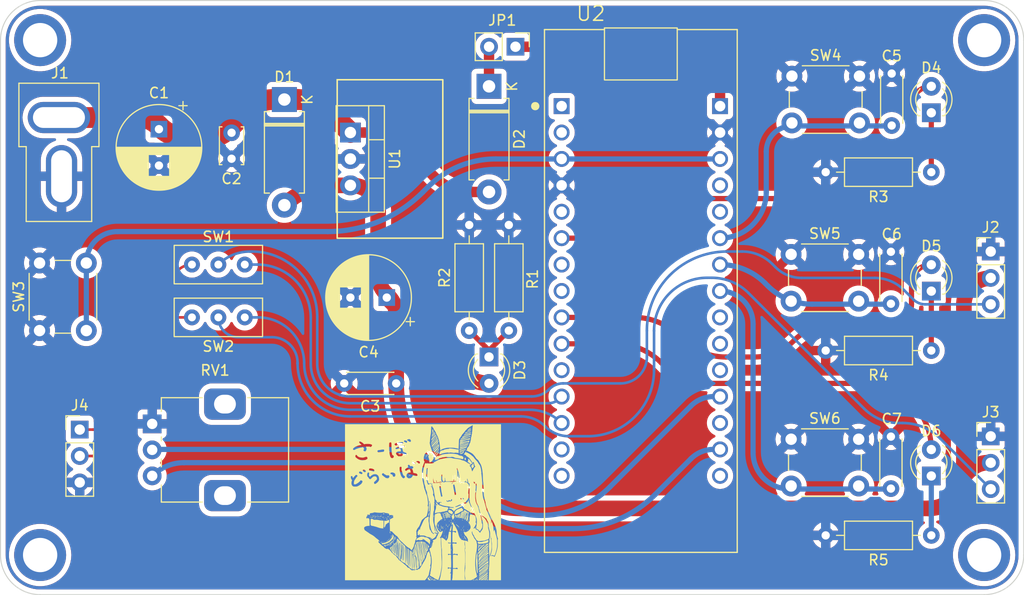
<source format=kicad_pcb>
(kicad_pcb (version 20221018) (generator pcbnew)
  (layers (0 "F.Cu" signal) (31 "B.Cu" signal) (34 "B.Paste" user) (35 "F.Paste" user) (36 "B.SilkS" user "B.Silkscreen") (37 "F.SilkS" user "F.Silkscreen") (38 "B.Mask" user) (39 "F.Mask" user) (44 "Edge.Cuts" user))
  (net 0 "")
  (net 1 "+BATT")
  (net 2 "GND")
  (net 3 "+6V")
  (net 4 "/CENTER")
  (net 5 "/EN1")
  (net 6 "/EN2")
  (net 7 "Net-(D2-K)")
  (net 8 "Net-(D3-K)")
  (net 9 "/STO_C")
  (net 10 "Net-(D4-K)")
  (net 11 "/STO_1")
  (net 12 "Net-(D5-K)")
  (net 13 "/STO_2")
  (net 14 "Net-(J2-Pin_3)")
  (net 15 "Net-(J3-Pin_3)")
  (net 16 "/PWM1_IN")
  (net 17 "/PWM2_IN")
  (net 18 "/VOLUME")
  (net 19 "+3.3V")
  (net 20 "/PWM1")
  (net 21 "/PWM2")
  (net 22 "/NRST")
  (net 39 "Net-(D6-K)")
  (net 40 "Net-(JP1-A)")
  (footprint "Switch:Slide_SS12D01Gx" (layer "F.Cu") (at 122.555 100.33)
    (fp_text reference "SW2" (at 0 2.794 unlocked) (layer "F.SilkS"))
    (fp_text value "PWM2_SW")
    (pad "1" thru_hole circle (at -2.54 0) (size 1.524 1.524) (drill 0.762) (layers "*.Cu" "*.Mask") (net 17 "/PWM2_IN"))
    (pad "2" thru_hole circle (at 0 0) (size 1.524 1.524) (drill 0.762) (layers "*.Cu" "*.Mask") (net 15 "Net-(J3-Pin_3)"))
    (pad "3" thru_hole circle (at 2.54 0) (size 1.524 1.524) (drill 0.762) (layers "*.Cu" "*.Mask") (net 21 "/PWM2"))
  )
  (footprint "Button_Switch_THT:SW_PUSH_6mm" (layer "F.Cu") (at 177.725 77.125)
    (fp_text reference "SW4" (at 3.25 -2) (layer "F.SilkS"))
    (fp_text value "CENTER_SW")
    (pad "1" thru_hole circle (at 0 0 90) (size 2 2) (drill 1.1) (layers "*.Cu" "*.Mask") (net 2 "GND"))
    (pad "1" thru_hole circle (at 6.5 0 90) (size 2 2) (drill 1.1) (layers "*.Cu" "*.Mask") (net 2 "GND"))
    (pad "2" thru_hole circle (at 0 4.5 90) (size 2 2) (drill 1.1) (layers "*.Cu" "*.Mask") (net 4 "/CENTER"))
    (pad "2" thru_hole circle (at 6.5 4.5 90) (size 2 2) (drill 1.1) (layers "*.Cu" "*.Mask") (net 4 "/CENTER"))
  )
  (footprint "Button_Switch_THT:SW_PUSH_6mm" (layer "F.Cu") (at 105.355 101.6 90)
    (fp_text reference "SW3" (at 3.25 -2 90) (layer "F.SilkS"))
    (fp_text value "RST_SW")
    (pad "1" thru_hole circle (at 0 0 180) (size 2 2) (drill 1.1) (layers "*.Cu" "*.Mask") (net 2 "GND"))
    (pad "1" thru_hole circle (at 6.5 0 180) (size 2 2) (drill 1.1) (layers "*.Cu" "*.Mask") (net 2 "GND"))
    (pad "2" thru_hole circle (at 0 4.5 180) (size 2 2) (drill 1.1) (layers "*.Cu" "*.Mask") (net 22 "/NRST"))
    (pad "2" thru_hole circle (at 6.5 4.5 180) (size 2 2) (drill 1.1) (layers "*.Cu" "*.Mask") (net 22 "/NRST"))
  )
  (footprint "Capacitor_THT:CP_Radial_D8.0mm_P3.50mm" (layer "F.Cu") (at 138.755 98.425 180)
    (fp_text reference "C4" (at 1.75 -5.25) (layer "F.SilkS"))
    (fp_text value "100u")
    (pad "1" thru_hole rect (at 0 0 180) (size 1.6 1.6) (drill 0.8) (layers "*.Cu" "*.Mask") (net 3 "+6V"))
    (pad "2" thru_hole circle (at 3.5 0 180) (size 1.6 1.6) (drill 0.8) (layers "*.Cu" "*.Mask") (net 2 "GND"))
  )
  (footprint "Capacitor_THT:CP_Radial_D8.0mm_P3.50mm" (layer "F.Cu") (at 116.84 82.225 -90)
    (fp_text reference "C1" (at -3.485 0 -180) (layer "F.SilkS"))
    (fp_text value "100u")
    (pad "1" thru_hole rect (at 0 0 270) (size 1.6 1.6) (drill 0.8) (layers "*.Cu" "*.Mask") (net 1 "+BATT"))
    (pad "2" thru_hole circle (at 3.5 0 270) (size 1.6 1.6) (drill 0.8) (layers "*.Cu" "*.Mask") (net 2 "GND"))
  )
  (footprint "NUCLEO:NUCLEO F303 K8" (layer "F.Cu") (at 163.195 97.79)
    (fp_text reference "U2" (at -4.81314 -26.68421) (layer "F.SilkS") (effects (font (size 1.402378 1.402378))))
    (fp_text value "NUCLEO_F303K8")
    (pad "3.1" thru_hole rect (at -7.62 -17.78) (size 1.53 1.53) (drill 1.02) (layers "*.Cu" "*.Mask"))
    (pad "3.2" thru_hole circle (at -7.62 -15.24) (size 1.53 1.53) (drill 1.02) (layers "*.Cu" "*.Mask"))
    (pad "3.3" thru_hole circle (at -7.62 -12.7) (size 1.53 1.53) (drill 1.02) (layers "*.Cu" "*.Mask") (net 22 "/NRST"))
    (pad "3.4" thru_hole circle (at -7.62 -10.16) (size 1.53 1.53) (drill 1.02) (layers "*.Cu" "*.Mask") (net 2 "GND"))
    (pad "3.5" thru_hole circle (at -7.62 -7.62) (size 1.53 1.53) (drill 1.02) (layers "*.Cu" "*.Mask"))
    (pad "3.6" thru_hole circle (at -7.62 -5.08) (size 1.53 1.53) (drill 1.02) (layers "*.Cu" "*.Mask") (net 9 "/STO_C"))
    (pad "3.7" thru_hole circle (at -7.62 -2.54) (size 1.53 1.53) (drill 1.02) (layers "*.Cu" "*.Mask"))
    (pad "3.8" thru_hole circle (at -7.62 0) (size 1.53 1.53) (drill 1.02) (layers "*.Cu" "*.Mask"))
    (pad "3.9" thru_hole circle (at -7.62 2.54) (size 1.53 1.53) (drill 1.02) (layers "*.Cu" "*.Mask") (net 11 "/STO_1"))
    (pad "3.10" thru_hole circle (at -7.62 5.08) (size 1.53 1.53) (drill 1.02) (layers "*.Cu" "*.Mask") (net 13 "/STO_2"))
    (pad "3.11" thru_hole circle (at -7.62 7.62) (size 1.53 1.53) (drill 1.02) (layers "*.Cu" "*.Mask"))
    (pad "3.12" thru_hole circle (at -7.62 10.16) (size 1.53 1.53) (drill 1.02) (layers "*.Cu" "*.Mask") (net 20 "/PWM1"))
    (pad "3.13" thru_hole circle (at -7.62 12.7) (size 1.53 1.53) (drill 1.02) (layers "*.Cu" "*.Mask") (net 21 "/PWM2"))
    (pad "3.14" thru_hole circle (at -7.62 15.24) (size 1.53 1.53) (drill 1.02) (layers "*.Cu" "*.Mask"))
    (pad "3.15" thru_hole circle (at -7.62 17.78) (size 1.53 1.53) (drill 1.02) (layers "*.Cu" "*.Mask"))
    (pad "4.1" thru_hole rect (at 7.62 -17.78) (size 1.53 1.53) (drill 1.02) (layers "*.Cu" "*.Mask") (net 40 "Net-(JP1-A)"))
    (pad "4.2" thru_hole circle (at 7.62 -15.24) (size 1.53 1.53) (drill 1.02) (layers "*.Cu" "*.Mask") (net 2 "GND"))
    (pad "4.3" thru_hole circle (at 7.62 -12.7) (size 1.53 1.53) (drill 1.02) (layers "*.Cu" "*.Mask") (net 22 "/NRST"))
    (pad "4.4" thru_hole circle (at 7.62 -10.16) (size 1.53 1.53) (drill 1.02) (layers "*.Cu" "*.Mask"))
    (pad "4.5" thru_hole circle (at 7.62 -7.62) (size 1.53 1.53) (drill 1.02) (layers "*.Cu" "*.Mask"))
    (pad "4.6" thru_hole circle (at 7.62 -5.08) (size 1.53 1.53) (drill 1.02) (layers "*.Cu" "*.Mask") (net 4 "/CENTER"))
    (pad "4.7" thru_hole circle (at 7.62 -2.54) (size 1.53 1.53) (drill 1.02) (layers "*.Cu" "*.Mask") (net 5 "/EN1"))
    (pad "4.8" thru_hole circle (at 7.62 0) (size 1.53 1.53) (drill 1.02) (layers "*.Cu" "*.Mask") (net 6 "/EN2"))
    (pad "4.9" thru_hole circle (at 7.62 2.54) (size 1.53 1.53) (drill 1.02) (layers "*.Cu" "*.Mask"))
    (pad "4.10" thru_hole circle (at 7.62 5.08) (size 1.53 1.53) (drill 1.02) (layers "*.Cu" "*.Mask"))
    (pad "4.11" thru_hole circle (at 7.62 7.62) (size 1.53 1.53) (drill 1.02) (layers "*.Cu" "*.Mask"))
    (pad "4.12" thru_hole circle (at 7.62 10.16) (size 1.53 1.53) (drill 1.02) (layers "*.Cu" "*.Mask") (net 18 "/VOLUME"))
    (pad "4.13" thru_hole circle (at 7.62 12.7) (size 1.53 1.53) (drill 1.02) (layers "*.Cu" "*.Mask"))
    (pad "4.14" thru_hole circle (at 7.62 15.24) (size 1.53 1.53) (drill 1.02) (layers "*.Cu" "*.Mask") (net 19 "+3.3V"))
    (pad "4.15" thru_hole circle (at 7.62 17.78) (size 1.53 1.53) (drill 1.02) (layers "*.Cu" "*.Mask"))
  )
  (footprint "Resistor_THT:R_Axial_DIN0207_L6.3mm_D2.5mm_P10.16mm_Horizontal" (layer "F.Cu") (at 146.685 101.6 90)
    (fp_text reference "R2" (at 5.08 -2.37 90) (layer "F.SilkS"))
    (fp_text value "680")
    (pad "1" thru_hole circle (at 0 0 90) (size 1.6 1.6) (drill 0.8) (layers "*.Cu" "*.Mask") (net 8 "Net-(D3-K)"))
    (pad "2" thru_hole oval (at 10.16 0 90) (size 1.6 1.6) (drill 0.8) (layers "*.Cu" "*.Mask") (net 2 "GND"))
  )
  (footprint "Potentiometer_THT:Potentiometer_Alps_RK09K_Single_Vertical" (layer "F.Cu") (at 116.19 110.575)
    (fp_text reference "RV1" (at 6.05 -5.15) (layer "F.SilkS"))
    (fp_text value "10k_B")
    (pad "1" thru_hole rect (at 0 0) (size 1.8 1.8) (drill 1) (layers "*.Cu" "*.Mask") (net 2 "GND"))
    (pad "2" thru_hole circle (at 0 2.5) (size 1.8 1.8) (drill 1) (layers "*.Cu" "*.Mask") (net 18 "/VOLUME"))
    (pad "3" thru_hole circle (at 0 5) (size 1.8 1.8) (drill 1) (layers "*.Cu" "*.Mask") (net 19 "+3.3V"))
    (pad "MP" thru_hole roundrect (at 7 -1.9) (size 4 3) (drill oval 2.1 1.8) (layers "*.Cu" "*.Mask"))
    (pad "MP" thru_hole roundrect (at 7 6.9) (size 4 3) (drill oval 2.1 1.8) (layers "*.Cu" "*.Mask"))
  )
  (footprint "Connector_PinHeader_2.54mm:PinHeader_1x03_P2.54mm_Vertical" (layer "F.Cu") (at 196.85 111.775)
    (fp_text reference "J3" (at 0 -2.33) (layer "F.SilkS"))
    (fp_text value "Servo_2")
    (pad "1" thru_hole rect (at 0 0) (size 1.7 1.7) (drill 1) (layers "*.Cu" "*.Mask") (net 2 "GND"))
    (pad "2" thru_hole oval (at 0 2.54) (size 1.7 1.7) (drill 1) (layers "*.Cu" "*.Mask") (net 3 "+6V"))
    (pad "3" thru_hole oval (at 0 5.08) (size 1.7 1.7) (drill 1) (layers "*.Cu" "*.Mask") (net 15 "Net-(J3-Pin_3)"))
  )
  (footprint "LED_THT:LED_D3.0mm" (layer "F.Cu") (at 191.135 115.585 90)
    (fp_text reference "D6" (at 4.333 0 180) (layer "F.SilkS"))
    (fp_text value "SLR-332YC3F")
    (pad "1" thru_hole rect (at 0 0 90) (size 1.8 1.8) (drill 0.9) (layers "*.Cu" "*.Mask") (net 39 "Net-(D6-K)"))
    (pad "2" thru_hole circle (at 2.54 0 90) (size 1.8 1.8) (drill 0.9) (layers "*.Cu" "*.Mask") (net 13 "/STO_2"))
  )
  (footprint "Resistor_THT:R_Axial_DIN0207_L6.3mm_D2.5mm_P10.16mm_Horizontal" (layer "F.Cu") (at 150.495 101.6 90)
    (fp_text reference "R1" (at 4.953 2.286 90) (layer "F.SilkS"))
    (fp_text value "680")
    (pad "1" thru_hole circle (at 0 0 90) (size 1.6 1.6) (drill 0.8) (layers "*.Cu" "*.Mask") (net 8 "Net-(D3-K)"))
    (pad "2" thru_hole oval (at 10.16 0 90) (size 1.6 1.6) (drill 0.8) (layers "*.Cu" "*.Mask") (net 2 "GND"))
  )
  (footprint "Logos:Servodriver_suzuka_nega" (layer "F.Cu") (at 142.24 118.11)
    (fp_text reference "G***" hide)
    (fp_text value "LOGO" hide)
  )
  (footprint "Capacitor_THT:C_Disc_D4.3mm_W1.9mm_P5.00mm" (layer "F.Cu") (at 187.25 99.02 90)
    (fp_text reference "C6" (at 6.691 0.075 180) (layer "F.SilkS"))
    (fp_text value "0.1u")
    (pad "1" thru_hole circle (at 0 0 90) (size 1.6 1.6) (drill 0.8) (layers "*.Cu" "*.Mask") (net 5 "/EN1"))
    (pad "2" thru_hole circle (at 5 0 90) (size 1.6 1.6) (drill 0.8) (layers "*.Cu" "*.Mask") (net 2 "GND"))
  )
  (footprint "Capacitor_THT:C_Disc_D4.3mm_W1.9mm_P5.00mm" (layer "F.Cu") (at 139.66 106.68 180)
    (fp_text reference "C3" (at 2.5 -2.2) (layer "F.SilkS"))
    (fp_text value "0.1u")
    (pad "1" thru_hole circle (at 0 0 180) (size 1.6 1.6) (drill 0.8) (layers "*.Cu" "*.Mask") (net 3 "+6V"))
    (pad "2" thru_hole circle (at 5 0 180) (size 1.6 1.6) (drill 0.8) (layers "*.Cu" "*.Mask") (net 2 "GND"))
  )
  (footprint "Capacitor_THT:C_Disc_D4.3mm_W1.9mm_P5.00mm" (layer "F.Cu") (at 187.325 81.875 90)
    (fp_text reference "C5" (at 6.691 0 180) (layer "F.SilkS"))
    (fp_text value "0.1u")
    (pad "1" thru_hole circle (at 0 0 90) (size 1.6 1.6) (drill 0.8) (layers "*.Cu" "*.Mask") (net 4 "/CENTER"))
    (pad "2" thru_hole circle (at 5 0 90) (size 1.6 1.6) (drill 0.8) (layers "*.Cu" "*.Mask") (net 2 "GND"))
  )
  (footprint "Diode_THT:D_DO-15_P10.16mm_Horizontal" (layer "F.Cu") (at 128.905 79.375 -90)
    (fp_text reference "D1" (at -2.159 0 -180) (layer "F.SilkS"))
    (fp_text value "PS2010R")
    (fp_text user "K" (at 0 -2.2 90) (layer "F.SilkS"))
    (pad "1" thru_hole rect (at 0 0 270) (size 2.4 2.4) (drill 1.2) (layers "*.Cu" "*.Mask") (net 1 "+BATT"))
    (pad "2" thru_hole oval (at 10.16 0 270) (size 2.4 2.4) (drill 1.2) (layers "*.Cu" "*.Mask") (net 3 "+6V"))
  )
  (footprint "Connector_PinHeader_2.54mm:PinHeader_1x03_P2.54mm_Vertical" (layer "F.Cu") (at 196.85 93.995)
    (fp_text reference "J2" (at 0 -2.33) (layer "F.SilkS"))
    (fp_text value "Servo_1")
    (pad "1" thru_hole rect (at 0 0) (size 1.7 1.7) (drill 1) (layers "*.Cu" "*.Mask") (net 2 "GND"))
    (pad "2" thru_hole oval (at 0 2.54) (size 1.7 1.7) (drill 1) (layers "*.Cu" "*.Mask") (net 3 "+6V"))
    (pad "3" thru_hole oval (at 0 5.08) (size 1.7 1.7) (drill 1) (layers "*.Cu" "*.Mask") (net 14 "Net-(J2-Pin_3)"))
  )
  (footprint "Resistor_THT:R_Axial_DIN0207_L6.3mm_D2.5mm_P10.16mm_Horizontal" (layer "F.Cu") (at 191.135 86.36 180)
    (fp_text reference "R3" (at 5.08 -2.37) (layer "F.SilkS"))
    (fp_text value "100")
    (pad "1" thru_hole circle (at 0 0 180) (size 1.6 1.6) (drill 0.8) (layers "*.Cu" "*.Mask") (net 10 "Net-(D4-K)"))
    (pad "2" thru_hole oval (at 10.16 0 180) (size 1.6 1.6) (drill 0.8) (layers "*.Cu" "*.Mask") (net 2 "GND"))
  )
  (footprint "Capacitor_THT:C_Disc_D3.4mm_W2.1mm_P2.50mm" (layer "F.Cu") (at 123.825 82.57 -90)
    (fp_text reference "C2" (at 4.425 0 -180) (layer "F.SilkS"))
    (fp_text value "0.33u")
    (pad "1" thru_hole circle (at 0 0 270) (size 1.6 1.6) (drill 0.8) (layers "*.Cu" "*.Mask") (net 1 "+BATT"))
    (pad "2" thru_hole circle (at 2.5 0 270) (size 1.6 1.6) (drill 0.8) (layers "*.Cu" "*.Mask") (net 2 "GND"))
  )
  (footprint "Connector_PinHeader_2.54mm:PinHeader_1x02_P2.54mm_Vertical" (layer "F.Cu") (at 151.135 74.295 -90)
    (fp_text reference "JP1" (at -2.54 1.27 -180) (layer "F.SilkS"))
    (fp_text value "VIN_BATT")
    (pad "1" thru_hole rect (at 0 0 270) (size 1.7 1.7) (drill 1) (layers "*.Cu" "*.Mask") (net 40 "Net-(JP1-A)"))
    (pad "2" thru_hole oval (at 0 2.54 270) (size 1.7 1.7) (drill 1) (layers "*.Cu" "*.Mask") (net 7 "Net-(D2-K)"))
  )
  (footprint "Capacitor_THT:C_Disc_D4.3mm_W1.9mm_P5.00mm" (layer "F.Cu") (at 187.25 116.8 90)
    (fp_text reference "C7" (at 6.691 0.075 180) (layer "F.SilkS"))
    (fp_text value "0.1u")
    (pad "1" thru_hole circle (at 0 0 90) (size 1.6 1.6) (drill 0.8) (layers "*.Cu" "*.Mask") (net 6 "/EN2"))
    (pad "2" thru_hole circle (at 5 0 90) (size 1.6 1.6) (drill 0.8) (layers "*.Cu" "*.Mask") (net 2 "GND"))
  )
  (footprint "Package_TO_SOT_THT:TO-220-3_Vertical" (layer "F.Cu") (at 135.255 82.55 -90)
    (fp_text reference "U1" (at 2.54 -4.27 -90) (layer "F.SilkS"))
    (fp_text value "LM7806_TO220")
    (pad "1" thru_hole rect (at 0 0 270) (size 1.905 2) (drill 1.1) (layers "*.Cu" "*.Mask") (net 1 "+BATT"))
    (pad "2" thru_hole oval (at 2.54 0 270) (size 1.905 2) (drill 1.1) (layers "*.Cu" "*.Mask") (net 2 "GND"))
    (pad "3" thru_hole oval (at 5.08 0 270) (size 1.905 2) (drill 1.1) (layers "*.Cu" "*.Mask") (net 3 "+6V"))
  )
  (footprint "Resistor_THT:R_Axial_DIN0207_L6.3mm_D2.5mm_P10.16mm_Horizontal" (layer "F.Cu") (at 191.135 121.3 180)
    (fp_text reference "R5" (at 5.08 -2.37) (layer "F.SilkS"))
    (fp_text value "100")
    (pad "1" thru_hole circle (at 0 0 180) (size 1.6 1.6) (drill 0.8) (layers "*.Cu" "*.Mask") (net 39 "Net-(D6-K)"))
    (pad "2" thru_hole oval (at 10.16 0 180) (size 1.6 1.6) (drill 0.8) (layers "*.Cu" "*.Mask") (net 2 "GND"))
  )
  (footprint "Connector_T:Connector_T_Male" (layer "F.Cu") (at 111.07 84.455 -90)
    (fp_text reference "J1" (at -7.62 3.755 -180) (layer "F.SilkS"))
    (fp_text value "2Cell")
    (pad "1" thru_hole oval (at -3.35 3.85 270) (size 3 6) (drill oval 2 5) (layers "*.Cu" "*.Mask") (net 1 "+BATT"))
    (pad "2" thru_hole oval (at 2.3 3.6 270) (size 6 3) (drill oval 5 2) (layers "*.Cu" "*.Mask") (net 2 "GND"))
  )
  (footprint "Button_Switch_THT:SW_PUSH_6mm" (layer "F.Cu") (at 177.65 94.27)
    (fp_text reference "SW5" (at 3.25 -2) (layer "F.SilkS"))
    (fp_text value "EN1_SW")
    (pad "1" thru_hole circle (at 0 0 90) (size 2 2) (drill 1.1) (layers "*.Cu" "*.Mask") (net 2 "GND"))
    (pad "1" thru_hole circle (at 6.5 0 90) (size 2 2) (drill 1.1) (layers "*.Cu" "*.Mask") (net 2 "GND"))
    (pad "2" thru_hole circle (at 0 4.5 90) (size 2 2) (drill 1.1) (layers "*.Cu" "*.Mask") (net 5 "/EN1"))
    (pad "2" thru_hole circle (at 6.5 4.5 90) (size 2 2) (drill 1.1) (layers "*.Cu" "*.Mask") (net 5 "/EN1"))
  )
  (footprint "LED_THT:LED_D3.0mm" (layer "F.Cu") (at 191.135 80.645 90)
    (fp_text reference "D4" (at 4.318 0 180) (layer "F.SilkS"))
    (fp_text value "SLR-332MC3F")
    (pad "1" thru_hole rect (at 0 0 90) (size 1.8 1.8) (drill 0.9) (layers "*.Cu" "*.Mask") (net 10 "Net-(D4-K)"))
    (pad "2" thru_hole circle (at 2.54 0 90) (size 1.8 1.8) (drill 0.9) (layers "*.Cu" "*.Mask") (net 9 "/STO_C"))
  )
  (footprint "Connector_PinHeader_2.54mm:PinHeader_1x03_P2.54mm_Vertical" (layer "F.Cu") (at 109.22 111.125)
    (fp_text reference "J4" (at 0 -2.33) (layer "F.SilkS"))
    (fp_text value "SIGNAL_INPUT")
    (pad "1" thru_hole rect (at 0 0) (size 1.7 1.7) (drill 1) (layers "*.Cu" "*.Mask") (net 16 "/PWM1_IN"))
    (pad "2" thru_hole oval (at 0 2.54) (size 1.7 1.7) (drill 1) (layers "*.Cu" "*.Mask") (net 17 "/PWM2_IN"))
    (pad "3" thru_hole oval (at 0 5.08) (size 1.7 1.7) (drill 1) (layers "*.Cu" "*.Mask") (net 2 "GND"))
  )
  (footprint "LED_THT:LED_D3.0mm" (layer "F.Cu") (at 148.59 104.14 -90)
    (fp_text reference "D3" (at 1.27 -2.96 90) (layer "F.SilkS"))
    (fp_text value "SLR-332VC3F")
    (pad "1" thru_hole rect (at 0 0 270) (size 1.8 1.8) (drill 0.9) (layers "*.Cu" "*.Mask") (net 8 "Net-(D3-K)"))
    (pad "2" thru_hole circle (at 2.54 0 270) (size 1.8 1.8) (drill 0.9) (layers "*.Cu" "*.Mask") (net 3 "+6V"))
  )
  (footprint "Diode_THT:D_DO-15_P10.16mm_Horizontal" (layer "F.Cu") (at 148.59 78.105 -90)
    (fp_text reference "D2" (at 5.08 -2.92 90) (layer "F.SilkS"))
    (fp_text value "PS2010R")
    (fp_text user "K" (at 0 -2.2 90) (layer "F.SilkS"))
    (pad "1" thru_hole rect (at 0 0 270) (size 2.4 2.4) (drill 1.2) (layers "*.Cu" "*.Mask") (net 7 "Net-(D2-K)"))
    (pad "2" thru_hole oval (at 10.16 0 270) (size 2.4 2.4) (drill 1.2) (layers "*.Cu" "*.Mask") (net 1 "+BATT"))
  )
  (footprint "Resistor_THT:R_Axial_DIN0207_L6.3mm_D2.5mm_P10.16mm_Horizontal" (layer "F.Cu") (at 191.135 103.52 180)
    (fp_text reference "R4" (at 5.08 -2.37) (layer "F.SilkS"))
    (fp_text value "100")
    (pad "1" thru_hole circle (at 0 0 180) (size 1.6 1.6) (drill 0.8) (layers "*.Cu" "*.Mask") (net 12 "Net-(D5-K)"))
    (pad "2" thru_hole oval (at 10.16 0 180) (size 1.6 1.6) (drill 0.8) (layers "*.Cu" "*.Mask") (net 2 "GND"))
  )
  (footprint "Button_Switch_THT:SW_PUSH_6mm" (layer "F.Cu") (at 177.65 112.05)
    (fp_text reference "SW6" (at 3.25 -2) (layer "F.SilkS"))
    (fp_text value "EN2_SW")
    (pad "1" thru_hole circle (at 0 0 90) (size 2 2) (drill 1.1) (layers "*.Cu" "*.Mask") (net 2 "GND"))
    (pad "1" thru_hole circle (at 6.5 0 90) (size 2 2) (drill 1.1) (layers "*.Cu" "*.Mask") (net 2 "GND"))
    (pad "2" thru_hole circle (at 0 4.5 90) (size 2 2) (drill 1.1) (layers "*.Cu" "*.Mask") (net 6 "/EN2"))
    (pad "2" thru_hole circle (at 6.5 4.5 90) (size 2 2) (drill 1.1) (layers "*.Cu" "*.Mask") (net 6 "/EN2"))
  )
  (footprint "LED_THT:LED_D3.0mm" (layer "F.Cu") (at 191.135 97.805 90)
    (fp_text reference "D5" (at 4.333 0 180) (layer "F.SilkS"))
    (fp_text value "SLR-332DC3F")
    (pad "1" thru_hole rect (at 0 0 90) (size 1.8 1.8) (drill 0.9) (layers "*.Cu" "*.Mask") (net 12 "Net-(D5-K)"))
    (pad "2" thru_hole circle (at 2.54 0 90) (size 1.8 1.8) (drill 0.9) (layers "*.Cu" "*.Mask") (net 11 "/STO_1"))
  )
  (footprint "Switch:Slide_SS12D01Gx" (layer "F.Cu") (at 122.555 95.25)
    (fp_text reference "SW1" (at 0 -2.667 unlocked) (layer "F.SilkS"))
    (fp_text value "PWM1_SW")
    (pad "1" thru_hole circle (at -2.54 0) (size 1.524 1.524) (drill 0.762) (layers "*.Cu" "*.Mask") (net 16 "/PWM1_IN"))
    (pad "2" thru_hole circle (at 0 0) (size 1.524 1.524) (drill 0.762) (layers "*.Cu" "*.Mask") (net 14 "Net-(J2-Pin_3)"))
    (pad "3" thru_hole circle (at 2.54 0) (size 1.524 1.524) (drill 0.762) (layers "*.Cu" "*.Mask") (net 20 "/PWM1"))
  )
  (gr_rect (start 133.985 77.47) (end 144.145 92.71) (stroke (width 0.15)) (fill none) (layer "F.SilkS"))
  (gr_arc (start 200.025 123.19) (mid 198.909077 125.884077) (end 196.215 127) (stroke (width 0.1)) (layer "Edge.Cuts"))
  (gr_arc (start 196.215 69.85) (mid 198.909077 70.965923) (end 200.025 73.66) (stroke (width 0.1)) (layer "Edge.Cuts"))
  (gr_arc (start 105.41 127) (mid 102.715923 125.884077) (end 101.6 123.19) (stroke (width 0.1)) (layer "Edge.Cuts"))
  (gr_line (start 196.215 127) (end 105.41 127) (stroke (width 0.1)) (layer "Edge.Cuts"))
  (gr_arc (start 101.6 73.66) (mid 102.715923 70.965923) (end 105.41 69.85) (stroke (width 0.1)) (layer "Edge.Cuts"))
  (gr_line (start 105.41 69.85) (end 196.215 69.85) (stroke (width 0.1)) (layer "Edge.Cuts"))
  (gr_line (start 200.025 73.66) (end 200.025 123.19) (stroke (width 0.1)) (layer "Edge.Cuts"))
  (gr_line (start 101.6 123.19) (end 101.6 73.66) (stroke (width 0.1)) (layer "Edge.Cuts"))
  (via (at 196.215 73.66) (size 5) (drill 3.3) (layers "F.Cu" "B.Cu") (net 0))
  (via (at 196.215 123.19) (size 5) (drill 3.3) (layers "F.Cu" "B.Cu") (net 0))
  (via (at 105.41 123.19) (size 5) (drill 3.3) (layers "F.Cu" "B.Cu") (net 0))
  (via (at 105.41 73.66) (size 5) (drill 3.3) (layers "F.Cu" "B.Cu") (net 0))
  (segment (start 140.823763 84.308762) (end 143.2387 86.723699) (width 1) (layer "F.Cu") (net 1))
  (segment (start 119.881445 83.185) (end 121.083619 83.185) (width 2) (layer "F.Cu") (net 1))
  (segment (start 135.255 82.55) (end 133.42888 80.72388) (width 2) (layer "F.Cu") (net 1))
  (segment (start 136.577737 82.55) (end 135.255 82.55) (width 1) (layer "F.Cu") (net 1))
  (segment (start 116.773949 81.848949) (end 116.857401 81.932401) (width 2) (layer "F.Cu") (net 1))
  (segment (start 127.826272 79.375) (end 128.905 79.375) (width 2) (layer "F.Cu") (net 1))
  (segment (start 148.59 88.265) (end 146.959731 88.265) (width 1) (layer "F.Cu") (net 1))
  (segment (start 123.595423 82.144577) (end 125.331726 80.408274) (width 2) (layer "F.Cu") (net 1))
  (segment (start 107.22 81.105) (end 114.97795 81.105) (width 2) (layer "F.Cu") (net 1))
  (segment (start 128.905 79.375) (end 130.172395 79.375) (width 2) (layer "F.Cu") (net 1))
  (arc (start 116.857401 81.932401) (mid 118.244844 82.859461) (end 119.881445 83.185) (width 2) (layer "F.Cu") (net 1))
  (arc (start 116.773949 81.848949) (mid 115.949916 81.298336) (end 114.97795 81.105) (width 2) (layer "F.Cu") (net 1))
  (arc (start 123.595423 82.144577) (mid 122.442998 82.914603) (end 121.083619 83.185) (width 2) (layer "F.Cu") (net 1))
  (arc (start 136.577737 82.55) (mid 138.87567 83.007087) (end 140.823763 84.308762) (width 1) (layer "F.Cu") (net 1))
  (arc (start 130.172395 79.375) (mid 131.934792 79.725562) (end 133.42888 80.72388) (width 2) (layer "F.Cu") (net 1))
  (arc (start 125.331726 80.408274) (mid 126.476233 79.643539) (end 127.826272 79.375) (width 2) (layer "F.Cu") (net 1))
  (arc (start 146.959731 88.265) (mid 144.945924 87.864429) (end 143.2387 86.723699) (width 1) (layer "F.Cu") (net 1))
  (segment (start 138.755 98.425) (end 145.892845 105.562845) (width 1.5) (layer "F.Cu") (net 3))
  (segment (start 194.27 114.34) (end 194.27 99.100001) (width 1.5) (layer "F.Cu") (net 3))
  (segment (start 151.684995 118.705) (end 190.881 118.705) (width 1.5) (layer "F.Cu") (net 3))
  (segment (start 196.632102 114.3) (end 196.85 114.3) (width 1.5) (layer "F.Cu") (net 3))
  (segment (start 135.255 87.63) (end 135.382 87.63) (width 1.5) (layer "F.Cu") (net 3))
  (segment (start 137.922 90.17) (end 137.922 96.229898) (width 1.5) (layer "F.Cu") (net 3))
  (segment (start 196.835 96.535) (end 196.81 96.56) (width 1.5) (layer "F.Cu") (net 3))
  (segment (start 135.255 87.63) (end 133.50395 87.63) (width 1.5) (layer "F.Cu") (net 3))
  (segment (start 138.665949 98.025949) (end 138.916051 98.276051) (width 1.5) (layer "F.Cu") (net 3))
  (segment (start 194.27 115.316) (end 194.564 115.316) (width 1.5) (layer "F.Cu") (net 3))
  (segment (start 194.27 115.316) (end 194.27 114.34) (width 1.5) (layer "F.Cu") (net 3))
  (segment (start 196.81 114.34) (end 196.85 114.3) (width 1.5) (layer "F.Cu") (net 3))
  (segment (start 196.85 96.535) (end 196.835 96.535) (width 1.5) (layer "F.Cu") (net 3))
  (segment (start 194.564 115.316) (end 194.836051 115.043949) (width 1.5) (layer "F.Cu") (net 3))
  (segment (start 196.81 96.56) (end 196.85 96.52) (width 1.5) (layer "F.Cu") (net 3))
  (segment (start 139.66 100.072112) (end 139.66 106.68) (width 1.5) (layer "F.Cu") (net 3))
  (arc (start 138.665949 98.025949) (mid 138.115346 97.201914) (end 137.922 96.229898) (width 1.5) (layer "F.Cu") (net 3))
  (arc (start 194.836051 115.043949) (mid 195.660086 114.493346) (end 196.632102 114.3) (width 1.5) (layer "F.Cu") (net 3))
  (arc (start 145.892845 105.562845) (mid 147.130263 106.389661) (end 148.59 106.68) (width 1.5) (layer "F.Cu") (net 3))
  (arc (start 151.684995 118.705) (mid 143.182039 115.182961) (end 139.66 106.68) (width 1.5) (layer "F.Cu") (net 3))
  (arc (start 138.916051 98.276051) (mid 139.466653 99.100088) (end 139.66 100.072112) (width 1.5) (layer "F.Cu") (net 3))
  (arc (start 194.27 115.316) (mid 193.277385 117.712385) (end 190.881 118.705) (width 1.5) (layer "F.Cu") (net 3))
  (arc (start 194.27 99.100001) (mid 195.013949 97.303949) (end 196.81 96.56) (width 1.5) (layer "F.Cu") (net 3))
  (arc (start 135.382 87.63) (mid 137.178051 88.373949) (end 137.922 90.17) (width 1.5) (layer "F.Cu") (net 3))
  (arc (start 128.905 89.535) (mid 131.015065 88.12507) (end 133.50395 87.63) (width 1.5) (layer "F.Cu") (net 3))
  (segment (start 175.26 88.265004) (end 175.26 84.377398) (width 0.5) (layer "B.Cu") (net 4))
  (segment (start 177.722398 81.915) (end 187.325 81.915) (width 0.5) (layer "B.Cu") (net 4))
  (arc (start 170.815 92.71) (mid 173.958091 91.408091) (end 175.26 88.265004) (width 0.5) (layer "B.Cu") (net 4))
  (arc (start 177.722398 81.915) (mid 175.98122 82.63622) (end 175.26 84.377398) (width 0.5) (layer "B.Cu") (net 4))
  (segment (start 175.151005 97.046005) (end 175.393312 97.288312) (width 0.5) (layer "B.Cu") (net 5))
  (segment (start 179.670546 99.06) (end 187.325 99.06) (width 0.5) (layer "B.Cu") (net 5))
  (arc (start 175.151005 97.046005) (mid 173.161657 95.716766) (end 170.815 95.25) (width 0.5) (layer "B.Cu") (net 5))
  (arc (start 179.670546 99.06) (mid 177.355724 98.599553) (end 175.393312 97.288312) (width 0.5) (layer "B.Cu") (net 5))
  (segment (start 177.506897 116.84) (end 187.325 116.84) (width 0.5) (layer "B.Cu") (net 6))
  (segment (start 173.99 100.964998) (end 173.99 113.323103) (width 0.5) (layer "B.Cu") (net 6))
  (arc (start 173.99 113.323103) (mid 175.020075 115.809925) (end 177.506897 116.84) (width 0.5) (layer "B.Cu") (net 6))
  (arc (start 173.99 100.964998) (mid 173.060065 98.719935) (end 170.815 97.79) (width 0.5) (layer "B.Cu") (net 6))
  (segment (start 148.59 78.105) (end 148.59 74.295) (width 1) (layer "F.Cu") (net 7))
  (segment (start 148.59 103.505) (end 148.59 104.14) (width 0.5) (layer "F.Cu") (net 8))
  (segment (start 150.495 101.6) (end 148.59 103.505) (width 0.5) (layer "F.Cu") (net 8))
  (segment (start 146.685 101.6) (end 148.59 103.505) (width 0.5) (layer "F.Cu") (net 8))
  (segment (start 160.459727 92.71) (end 155.575 92.71) (width 0.5) (layer "F.Cu") (net 9))
  (segment (start 164.432437 90.837563) (end 164.045117 91.224883) (width 0.5) (layer "F.Cu") (net 9))
  (segment (start 189.23 80.009999) (end 189.23 86.953599) (width 0.5) (layer "F.Cu") (net 9))
  (segment (start 187.283599 88.9) (end 169.110129 88.9) (width 0.5) (layer "F.Cu") (net 9))
  (arc (start 164.432437 90.837563) (mid 166.57858 89.403556) (end 169.110129 88.9) (width 0.5) (layer "F.Cu") (net 9))
  (arc (start 191.135 78.105) (mid 189.787961 78.662961) (end 189.23 80.009999) (width 0.5) (layer "F.Cu") (net 9))
  (arc (start 189.23 86.953599) (mid 188.659912 88.329912) (end 187.283599 88.9) (width 0.5) (layer "F.Cu") (net 9))
  (arc (start 160.459727 92.71) (mid 162.400126 92.324031) (end 164.045117 91.224883) (width 0.5) (layer "F.Cu") (net 9))
  (segment (start 191.135 80.645) (end 191.135 86.36) (width 0.5) (layer "F.Cu") (net 10))
  (segment (start 181.780107 100.965) (end 187.330077 100.965) (width 0.5) (layer "F.Cu") (net 11))
  (segment (start 171.364221 104.14) (end 174.114974 104.14) (width 0.5) (layer "F.Cu") (net 11))
  (segment (start 166.90889 102.13889) (end 167.174605 102.404605) (width 0.5) (layer "F.Cu") (net 11))
  (segment (start 189.23 99.065077) (end 189.23 97.154998) (width 0.5) (layer "F.Cu") (net 11))
  (segment (start 155.575 100.33) (end 162.541844 100.33) (width 0.5) (layer "F.Cu") (net 11))
  (arc (start 189.23 97.154998) (mid 189.787961 95.807961) (end 191.135 95.25) (width 0.5) (layer "F.Cu") (net 11))
  (arc (start 167.174605 102.404605) (mid 169.096817 103.688986) (end 171.364221 104.14) (width 0.5) (layer "F.Cu") (net 11))
  (arc (start 177.920974 102.563503) (mid 176.174766 103.730282) (end 174.114974 104.14) (width 0.5) (layer "F.Cu") (net 11))
  (arc (start 177.920974 102.563503) (mid 179.691558 101.380437) (end 181.780107 100.965) (width 0.5) (layer "F.Cu") (net 11))
  (arc (start 166.90889 102.13889) (mid 164.905272 100.800115) (end 162.541844 100.33) (width 0.5) (layer "F.Cu") (net 11))
  (arc (start 187.330077 100.965) (mid 188.673525 100.408525) (end 189.23 99.065077) (width 0.5) (layer "F.Cu") (net 11))
  (segment (start 191.135 97.805) (end 191.135 103.505) (width 0.5) (layer "F.Cu") (net 12))
  (segment (start 165.149892 104.685808) (end 165.384527 104.920443) (width 0.5) (layer "F.Cu") (net 13))
  (segment (start 169.632474 106.68) (end 184.785 106.68) (width 0.5) (layer "F.Cu") (net 13))
  (segment (start 155.575 102.87) (end 160.766143 102.87) (width 0.5) (layer "F.Cu") (net 13))
  (arc (start 184.785 106.68) (mid 189.275128 108.539872) (end 191.135 113.03) (width 0.5) (layer "F.Cu") (net 13))
  (arc (start 160.766143 102.87) (mid 163.138611 103.341913) (end 165.149892 104.685808) (width 0.5) (layer "F.Cu") (net 13))
  (arc (start 165.384527 104.920443) (mid 167.333502 106.222706) (end 169.632474 106.68) (width 0.5) (layer "F.Cu") (net 13))
  (segment (start 175.840347 95.195347) (end 176.131898 95.486898) (width 0.25) (layer "B.Cu") (net 14))
  (segment (start 171.477443 93.995068) (end 172.942617 93.995068) (width 0.25) (layer "B.Cu") (net 14))
  (segment (start 178.66224 96.535) (end 185.699499 96.535) (width 0.25) (layer "B.Cu") (net 14))
  (segment (start 125.584748 93.995) (end 125.776015 93.994998) (width 0.25) (layer "B.Cu") (net 14))
  (segment (start 135.199923 107.935) (end 152.683049 107.935) (width 0.25) (layer "B.Cu") (net 14))
  (segment (start 190.548926 99.075) (end 196.85 99.075) (width 0.25) (layer "B.Cu") (net 14))
  (segment (start 155.712825 106.68) (end 161.23323 106.68) (width 0.25) (layer "B.Cu") (net 14))
  (segment (start 163.774629 104.138601) (end 163.774629 101.605902) (width 0.25) (layer "B.Cu") (net 14))
  (segment (start 188.500009 97.695009) (end 189.406998 98.601998) (width 0.25) (layer "B.Cu") (net 14))
  (segment (start 132.065 100.283933) (end 132.065 104.800077) (width 0.25) (layer "B.Cu") (net 14))
  (arc (start 122.555 95.25) (mid 123.945094 94.321147) (end 125.584748 93.995) (width 0.25) (layer "B.Cu") (net 14))
  (arc (start 176.131898 95.486898) (mid 177.292829 96.262607) (end 178.66224 96.535) (width 0.25) (layer "B.Cu") (net 14))
  (arc (start 161.23323 106.68) (mid 163.03027 105.935641) (end 163.774629 104.138601) (width 0.25) (layer "B.Cu") (net 14))
  (arc (start 185.699499 96.535) (mid 187.215124 96.836477) (end 188.500009 97.695009) (width 0.25) (layer "B.Cu") (net 14))
  (arc (start 163.774629 101.605902) (mid 164.349011 98.718287) (end 165.984714 96.270286) (width 0.25) (layer "B.Cu") (net 14))
  (arc (start 165.984714 96.270286) (mid 168.50485 94.586354) (end 171.477443 93.995068) (width 0.25) (layer "B.Cu") (net 14))
  (arc (start 154.393487 107.226513) (mid 154.998828 106.822023) (end 155.712825 106.68) (width 0.25) (layer "B.Cu") (net 14))
  (arc (start 189.406998 98.601998) (mid 189.930919 98.952071) (end 190.548926 99.075) (width 0.25) (layer "B.Cu") (net 14))
  (arc (start 152.683049 107.935) (mid 153.608731 107.75087) (end 154.393487 107.226513) (width 0.25) (layer "B.Cu") (net 14))
  (arc (start 172.942617 93.995068) (mid 174.510857 94.30701) (end 175.840347 95.195347) (width 0.25) (layer "B.Cu") (net 14))
  (arc (start 125.776015 93.994998) (mid 130.222996 95.836967) (end 132.065 100.283933) (width 0.25) (layer "B.Cu") (net 14))
  (arc (start 132.065 104.800077) (mid 132.983198 107.016802) (end 135.199923 107.935) (width 0.25) (layer "B.Cu") (net 14))
  (segment (start 124.459997 102.235) (end 127.701281 102.235) (width 0.25) (layer "B.Cu") (net 15))
  (segment (start 130.175 104.774731) (end 130.175001 104.70875) (width 0.25) (layer "B.Cu") (net 15))
  (segment (start 192.005876 111.995876) (end 196.85 116.84) (width 0.25) (layer "B.Cu") (net 15))
  (segment (start 188.007377 110.49) (end 188.37037 110.49) (width 0.25) (layer "B.Cu") (net 15))
  (segment (start 173.547801 97.982801) (end 184.674461 109.109461) (width 0.25) (layer "B.Cu") (net 15))
  (segment (start 169.563451 96.52) (end 170.016286 96.52) (width 0.25) (layer "B.Cu") (net 15))
  (segment (start 130.175001 104.70875) (end 130.175001 104.780158) (width 0.25) (layer "B.Cu") (net 15))
  (segment (start 164.465 105.404319) (end 164.465 101.618451) (width 0.25) (layer "B.Cu") (net 15))
  (segment (start 135.249842 109.854999) (end 151.662847 109.854999) (width 0.25) (layer "B.Cu") (net 15))
  (segment (start 156.261855 111.76) (end 158.109319 111.76) (width 0.25) (layer "B.Cu") (net 15))
  (arc (start 122.555 100.33) (mid 123.112961 101.677039) (end 124.459997 102.235) (width 0.25) (layer "B.Cu") (net 15))
  (arc (start 130.175001 104.780158) (mid 131.661388 108.368612) (end 135.249842 109.854999) (width 0.25) (layer "B.Cu") (net 15))
  (arc (start 158.109319 111.76) (mid 162.603464 109.898464) (end 164.465 105.404319) (width 0.25) (layer "B.Cu") (net 15))
  (arc (start 154.005257 110.825257) (mid 152.93055 110.107161) (end 151.662847 109.854999) (width 0.25) (layer "B.Cu") (net 15))
  (arc (start 154.005257 110.825257) (mid 155.04062 111.517081) (end 156.261855 111.76) (width 0.25) (layer "B.Cu") (net 15))
  (arc (start 188.37037 110.49) (mid 190.337892 110.881364) (end 192.005876 111.995876) (width 0.25) (layer "B.Cu") (net 15))
  (arc (start 170.016286 96.52) (mid 171.927528 96.900169) (end 173.547801 97.982801) (width 0.25) (layer "B.Cu") (net 15))
  (arc (start 184.674461 109.109461) (mid 186.203616 110.13121) (end 188.007377 110.49) (width 0.25) (layer "B.Cu") (net 15))
  (arc (start 164.465 101.618451) (mid 165.958302 98.013302) (end 169.563451 96.52) (width 0.25) (layer "B.Cu") (net 15))
  (arc (start 127.701281 102.235) (mid 129.450476 102.959546) (end 130.175001 104.70875) (width 0.25) (layer "B.Cu") (net 15))
  (segment (start 114.940004 99.695) (end 115.57 99.695) (width 0.25) (layer "F.Cu") (net 16))
  (segment (start 112.395 109.231981) (end 112.395 102.240004) (width 0.25) (layer "F.Cu") (net 16))
  (segment (start 109.22 111.125) (end 110.501981 111.125) (width 0.25) (layer "F.Cu") (net 16))
  (arc (start 112.395 102.240004) (mid 113.140414 100.440414) (end 114.940004 99.695) (width 0.25) (layer "F.Cu") (net 16))
  (arc (start 112.395 109.231981) (mid 111.840548 110.570548) (end 110.501981 111.125) (width 0.25) (layer "F.Cu") (net 16))
  (arc (start 115.57 99.695) (mid 117.366051 98.951051) (end 118.11 97.155) (width 0.25) (layer "F.Cu") (net 16))
  (arc (start 118.11 97.155) (mid 118.66796 95.80796) (end 120.015 95.25) (width 0.25) (layer "F.Cu") (net 16))
  (segment (start 114.929457 100.33) (end 120.015 100.33) (width 0.25) (layer "F.Cu") (net 17))
  (segment (start 113.03 111.127252) (end 113.03 102.229457) (width 0.25) (layer "F.Cu") (net 17))
  (segment (start 109.22 113.665) (end 110.492252 113.665) (width 0.25) (layer "F.Cu") (net 17))
  (arc (start 114.929457 100.33) (mid 113.586338 100.886338) (end 113.03 102.229457) (width 0.25) (layer "F.Cu") (net 17))
  (arc (start 110.492252 113.665) (mid 112.286711 112.921711) (end 113.03 111.127252) (width 0.25) (layer "F.Cu") (net 17))
  (segment (start 160.21941 116.64059) (end 168.007696 108.852304) (width 0.5) (layer "B.Cu") (net 18))
  (segment (start 116.205 113.03) (end 138.371482 113.03) (width 0.5) (layer "B.Cu") (net 18))
  (segment (start 170.815 107.95) (end 170.18615 107.949986) (width 0.5) (layer "B.Cu") (net 18))
  (segment (start 147.14348 116.66348) (end 147.21123 116.73123) (width 0.5) (layer "B.Cu") (net 18))
  (arc (start 147.21123 116.73123) (mid 150.145142 118.691607) (end 153.605927 119.38) (width 0.5) (layer "B.Cu") (net 18))
  (arc (start 160.21941 116.64059) (mid 157.1851 118.668051) (end 153.605927 119.38) (width 0.5) (layer "B.Cu") (net 18))
  (arc (start 147.14348 116.66348) (mid 143.118853 113.97431) (end 138.371482 113.03) (width 0.5) (layer "B.Cu") (net 18))
  (arc (start 168.007696 108.852304) (mid 169.007179 108.184478) (end 170.18615 107.949986) (width 0.5) (layer "B.Cu") (net 18))
  (segment (start 119.256048 114.305) (end 138.384062 114.305) (width 0.5) (layer "B.Cu") (net 19))
  (segment (start 146.059109 117.484109) (end 146.083144 117.508144) (width 0.5) (layer "B.Cu") (net 19))
  (segment (start 164.558269 117.381731) (end 168.012974 113.927026) (width 0.5) (layer "B.Cu") (net 19))
  (segment (start 170.815 113.03) (end 170.178588 113.03) (width 0.5) (layer "B.Cu") (net 19))
  (segment (start 153.668254 120.65) (end 156.667971 120.65) (width 0.5) (layer "B.Cu") (net 19))
  (arc (start 146.083144 117.508144) (mid 149.563222 119.833458) (end 153.668254 120.65) (width 0.5) (layer "B.Cu") (net 19))
  (arc (start 168.012974 113.927026) (mid 169.006566 113.263129) (end 170.178588 113.03) (width 0.5) (layer "B.Cu") (net 19))
  (arc (start 146.059109 117.484109) (mid 142.537768 115.131224) (end 138.384062 114.305) (width 0.5) (layer "B.Cu") (net 19))
  (arc (start 116.19 115.575) (mid 117.596717 114.635062) (end 119.256048 114.305) (width 0.5) (layer "B.Cu") (net 19))
  (arc (start 156.667971 120.65) (mid 160.93817 119.800605) (end 164.558269 117.381731) (width 0.5) (layer "B.Cu") (net 19))
  (segment (start 155.389035 108.135965) (end 155.575 107.95) (width 0.25) (layer "B.Cu") (net 20))
  (segment (start 125.095 95.25) (end 126.312098 95.25) (width 0.25) (layer "B.Cu") (net 20))
  (segment (start 131.445 100.382902) (end 131.445 104.780836) (width 0.25) (layer "B.Cu") (net 20))
  (segment (start 135.249164 108.585) (end 154.305 108.585) (width 0.25) (layer "B.Cu") (net 20))
  (arc (start 155.389035 108.135965) (mid 154.891661 108.468299) (end 154.305 108.585) (width 0.25) (layer "B.Cu") (net 20))
  (arc (start 131.445 104.780836) (mid 132.559214 107.470786) (end 135.249164 108.585) (width 0.25) (layer "B.Cu") (net 20))
  (arc (start 126.312098 95.25) (mid 129.941608 96.753392) (end 131.445 100.382902) (width 0.25) (layer "B.Cu") (net 20))
  (segment (start 135.254602 109.22) (end 152.508923 109.22) (width 0.25) (layer "B.Cu") (net 21))
  (segment (start 130.81 104.762378) (end 130.81 104.775398) (width 0.25) (layer "B.Cu") (net 21))
  (segment (start 125.095 100.33) (end 126.377596 100.33) (width 0.25) (layer "B.Cu") (net 21))
  (arc (start 135.254602 109.22) (mid 132.111794 107.918206) (end 130.81 104.775398) (width 0.25) (layer "B.Cu") (net 21))
  (arc (start 126.377596 100.33) (mid 129.511771 101.628213) (end 130.81 104.762378) (width 0.25) (layer "B.Cu") (net 21))
  (arc (start 152.508923 109.22) (mid 154.168281 109.550067) (end 155.575 110.49) (width 0.25) (layer "B.Cu") (net 21))
  (segment (start 170.815 85.09) (end 155.575 85.09) (width 0.5) (layer "B.Cu") (net 22))
  (segment (start 149.244561 85.09) (end 155.575 85.09) (width 0.5) (layer "B.Cu") (net 22))
  (segment (start 112.852109 92.075) (end 133.08348 92.075) (width 0.5) (layer "B.Cu") (net 22))
  (segment (start 142.210561 88.294439) (end 142.707091 87.797909) (width 0.5) (layer "B.Cu") (net 22))
  (segment (start 109.855 101.6) (end 109.855 95.072109) (width 0.5) (layer "B.Cu") (net 22))
  (arc (start 149.244561 85.09) (mid 145.706508 85.793763) (end 142.707091 87.797909) (width 0.5) (layer "B.Cu") (net 22))
  (arc (start 133.08348 92.075) (mid 138.023021 91.092464) (end 142.210561 88.294439) (width 0.5) (layer "B.Cu") (net 22))
  (arc (start 109.855 95.072109) (mid 110.732833 92.952833) (end 112.852109 92.075) (width 0.5) (layer "B.Cu") (net 22))
  (segment (start 191.135 115.585) (end 191.135 121.285) (width 0.5) (layer "B.Cu") (net 39))
  (segment (start 170.815 76.835) (end 170.815 80.01) (width 1) (layer "F.Cu") (net 40))
  (segment (start 151.135 74.295) (end 168.275 74.295) (width 1) (layer "F.Cu") (net 40))
  (arc (start 168.275 74.295) (mid 170.071051 75.038949) (end 170.815 76.835) (width 1) (layer "F.Cu") (net 40))
  (zone (net 0) (net_name "") (layer "F.Cu") (connect_pads (clearance 0)) (min_thickness 0.25)
    (keepout (tracks allowed) (vias allowed) (pads allowed) (copperpour not_allowed) (footprints allowed))
    (fill (thermal_gap 0.5) (thermal_bridge_width 0.9))
    (polygon (pts (xy 189.738 116.332) (xy 189.738 117.5004) (xy 191.9732 117.5004) (xy 191.9732 116.332)))
  )
  (zone (net 2) (net_name "GND") (layers "F&B.Cu") (connect_pads (clearance 0.5)) (min_thickness 0.25) (fill yes (thermal_gap 0.5) (thermal_bridge_width 0.9))
    (polygon (pts (xy 101.6 69.85) (xy 200.025 69.85) (xy 200.025 127) (xy 101.6 127)))
  )
)
</source>
